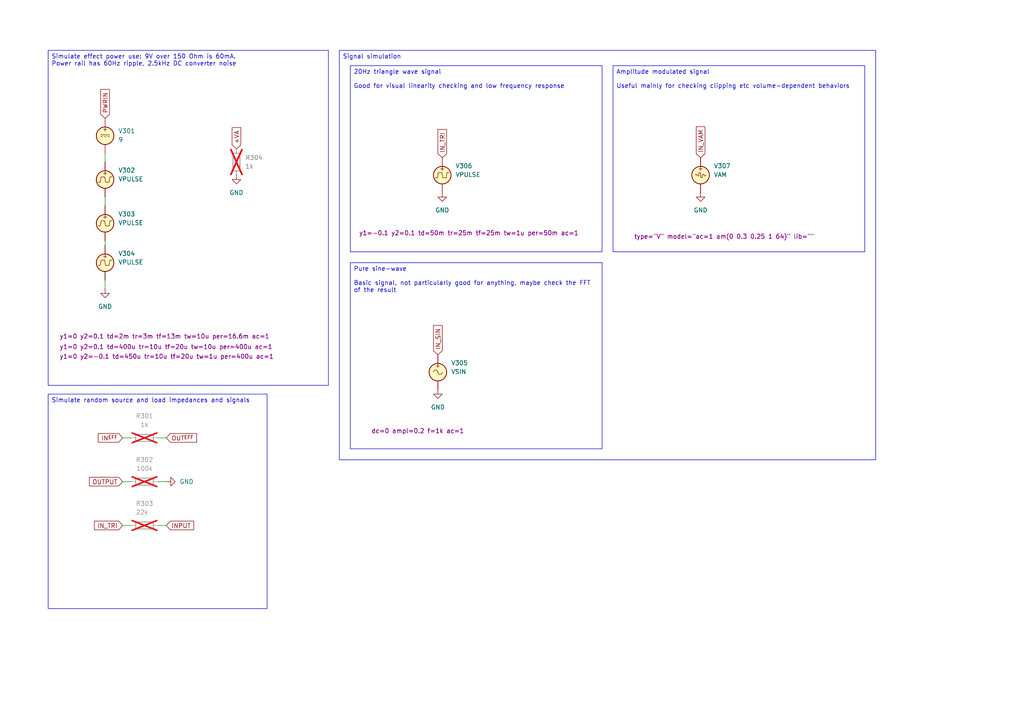
<source format=kicad_sch>
(kicad_sch (version 20250114) (generator "eeschema") (generator_version "9.0")
  (paper "A4")
  (title_block (title "Simulation infrastructure"))
  (lib_symbols
    (symbol "Device:R" (pin_numbers (hide yes)) (pin_names (offset 0))
      (property "Reference" "R" (at 2.032 0 90))
      (property "Value" "R" (at 0 0 90))
      (symbol "R_0_1"
        (rectangle (start -1.016 -2.54) (end 1.016 2.54) (stroke (width 0.254)))
      )
      (symbol "R_1_1"
        (pin passive line (at 0 3.81 270) (length 1.27) (name "~") (number "1"))
        (pin passive line (at 0 -3.81 90) (length 1.27) (name "~") (number "2"))
      )
    )
    (symbol "Simulation_SPICE:VAM" (pin_numbers (hide yes)) (pin_names (offset 0.0254))
      (property "Reference" "V" (at 2.54 2.54 0))
      (property "Value" "VAM" (at 2.54 0 0))
      (property "Sim.Params" "type=\"V\" model=\"am(1 0 1k 100k 1n)\" lib=\"\"" (at 2.54 -2.54 0))
      (symbol "VAM_0_0"
        (arc (start -0.508 0.508) (mid -0.254 0.7609) (end 0 0.508))
        (text "+" (at 0 1.905 0) (effects (font (size 1.27 1.27))))
      )
      (symbol "VAM_0_1"
        (arc (start -1.524 0) (mid -1.27 0.2529) (end -1.016 0))
        (arc (start -0.508 0) (mid -0.762 -0.2529) (end -1.016 0))
        (polyline (pts (xy -0.508 0.508) (xy -0.508 0)))
        (polyline (pts (xy 0 0.508) (xy 0 -0.508)))
        (circle (center 0 0) (radius 2.54) (stroke (width 0.254)) (fill (type background)))
        (arc (start 0.508 -0.508) (mid 0.254 -0.7609) (end 0 -0.508))
        (polyline (pts (xy 0.508 -0.508) (xy 0.508 0)))
        (arc (start 0.508 0) (mid 0.762 0.2529) (end 1.016 0))
        (arc (start 1.524 0) (mid 1.27 -0.2529) (end 1.016 0))
      )
      (symbol "VAM_1_1"
        (pin passive line (at 0 5.08 270) (length 2.54) (name "~") (number "1"))
        (pin passive line (at 0 -5.08 90) (length 2.54) (name "~") (number "2"))
      )
    )
    (symbol "Simulation_SPICE:VDC" (pin_numbers (hide yes)) (pin_names (offset 0.0254))
      (property "Reference" "V" (at 2.54 2.54 0))
      (property "Value" "1" (at 2.54 0 0))
      (symbol "VDC_0_0"
        (polyline (pts (xy -1.27 0.254) (xy 1.27 0.254)))
        (polyline (pts (xy -0.762 -0.254) (xy -1.27 -0.254)))
        (polyline (pts (xy 0.254 -0.254) (xy -0.254 -0.254)))
        (polyline (pts (xy 1.27 -0.254) (xy 0.762 -0.254)))
        (text "+" (at 0 1.905 0) (effects (font (size 1.27 1.27))))
      )
      (symbol "VDC_0_1"
        (circle (center 0 0) (radius 2.54) (stroke (width 0.254)) (fill (type background)))
      )
      (symbol "VDC_1_1"
        (pin passive line (at 0 5.08 270) (length 2.54) (name "~") (number "1"))
        (pin passive line (at 0 -5.08 90) (length 2.54) (name "~") (number "2"))
      )
    )
    (symbol "Simulation_SPICE:VPULSE" (pin_numbers (hide yes)) (pin_names (offset 0.0254))
      (property "Reference" "V" (at 2.54 2.54 0))
      (property "Value" "VPULSE" (at 2.54 0 0))
      (property "Sim.Params" "y1=0 y2=1 td=2n tr=2n tf=2n tw=50n per=100n" (at 2.54 -2.54 0))
      (symbol "VPULSE_0_0"
        (polyline (pts (xy -2.032 -0.762) (xy -1.397 -0.762) (xy -1.143 0.762) (xy -0.127 0.762) (xy 0.127 -0.762) (xy 1.143 -0.762) (xy 1.397 0.762) (xy 2.032 0.762)))
        (text "+" (at 0 1.905 0) (effects (font (size 1.27 1.27))))
      )
      (symbol "VPULSE_0_1"
        (circle (center 0 0) (radius 2.54) (stroke (width 0.254)) (fill (type background)))
      )
      (symbol "VPULSE_1_1"
        (pin passive line (at 0 5.08 270) (length 2.54) (name "~") (number "1"))
        (pin passive line (at 0 -5.08 90) (length 2.54) (name "~") (number "2"))
      )
    )
    (symbol "Simulation_SPICE:VSIN" (pin_numbers (hide yes)) (pin_names (offset 0.0254))
      (property "Reference" "V" (at 2.54 2.54 0))
      (property "Value" "VSIN" (at 2.54 0 0))
      (property "Sim.Params" "dc=0 ampl=1 f=1k ac=1" (at 2.54 -2.54 0))
      (symbol "VSIN_0_0"
        (arc (start -1.27 0) (mid -0.635 0.6323) (end 0 0))
        (arc (start 1.27 0) (mid 0.635 -0.6323) (end 0 0))
        (text "+" (at 0 1.905 0) (effects (font (size 1.27 1.27))))
      )
      (symbol "VSIN_0_1"
        (circle (center 0 0) (radius 2.54) (stroke (width 0.254)) (fill (type background)))
      )
      (symbol "VSIN_1_1"
        (pin passive line (at 0 5.08 270) (length 2.54) (name "~") (number "1"))
        (pin passive line (at 0 -5.08 90) (length 2.54) (name "~") (number "2"))
      )
    )
    (symbol "power:GND" (power) (pin_numbers (hide yes)) (pin_names (offset 0) (hide yes))
      (property "Value" "GND" (at 0 -3.81 0))
      (symbol "GND_0_1"
        (polyline (pts (xy 0 0) (xy 0 -1.27) (xy 1.27 -1.27) (xy 0 -2.54) (xy -1.27 -1.27) (xy 0 -1.27)))
      )
      (symbol "GND_1_1"
        (pin power_in line (at 0 0 270) (length 0) (name "~") (number "1"))
      )
    )
  )
  (text_box "Pure sine-wave\n\nBasic signal, not particularly good for anything, maybe check the FFT of the result" (at 101.6 76.2 0) (size 73.025 53.975) (margins 0.9525 0.9525 0.9525 0.9525) (effects (font (size 1.27 1.27)) (justify left top)))
  (text_box "Amplitude modulated signal\n\nUseful mainly for checking clipping etc volume-dependent behaviors" (at 177.8 19.05 0) (size 73.025 53.975) (margins 0.9525 0.9525 0.9525 0.9525) (effects (font (size 1.27 1.27)) (justify left top)))
  (text_box "Simulate random source and load impedances and signals" (at 13.97 114.3 0) (size 63.5 62.23) (margins 0.9525 0.9525 0.9525 0.9525) (effects (font (size 1.27 1.27)) (justify left top)))
  (text_box "20Hz triangle wave signal\n\nGood for visual linearity checking and low frequency response" (at 101.6 19.05 0) (size 73.025 53.975) (margins 0.9525 0.9525 0.9525 0.9525) (effects (font (size 1.27 1.27)) (justify left top)))
  (text_box "Simulate effect power use: 9V over 150 Ohm is 60mA.\nPower rail has 60Hz ripple, 2.5kHz DC converter noise" (at 13.97 14.605 0) (size 81.28 97.155) (margins 0.9525 0.9525 0.9525 0.9525) (effects (font (size 1.27 1.27)) (justify left top)))
  (text_box "Signal simulation" (at 98.425 14.605 0) (size 155.575 118.745) (margins 0.9525 0.9525 0.9525 0.9525) (effects (font (size 1.27 1.27)) (justify left top)))
  (wire (pts (xy 30.48 57.15) (xy 30.48 59.69)))
  (wire (pts (xy 30.48 81.28) (xy 30.48 83.82)))
  (wire (pts (xy 35.56 127) (xy 38.1 127)))
  (wire (pts (xy 45.72 127) (xy 48.26 127)))
  (wire (pts (xy 35.56 152.4) (xy 38.1 152.4)))
  (wire (pts (xy 30.48 69.85) (xy 30.48 71.12)))
  (wire (pts (xy 35.56 139.7) (xy 38.1 139.7)))
  (wire (pts (xy 45.72 139.7) (xy 48.26 139.7)))
  (wire (pts (xy 48.26 152.4) (xy 45.72 152.4)))
  (wire (pts (xy 30.48 44.45) (xy 30.48 46.99)))
  (global_label "+VA" (shape input) (at 68.58 43.18 90) (property "Intersheetrefs" "${INTERSHEET_REFS}" (effects (hide yes))))
  (global_label "IN^{EFF}" (shape input) (at 35.56 127 180) (property "Intersheetrefs" "${INTERSHEET_REFS}" (effects (hide yes))))
  (global_label "IN_SIN" (shape input) (at 127 102.87 90) (property "Intersheetrefs" "${INTERSHEET_REFS}" (effects (hide yes))))
  (global_label "INPUT" (shape input) (at 48.26 152.4 0) (property "Intersheetrefs" "${INTERSHEET_REFS}" (effects (hide yes))))
  (global_label "IN_TRI" (shape input) (at 128.27 45.72 90) (property "Intersheetrefs" "${INTERSHEET_REFS}" (effects (hide yes))))
  (global_label "PWRIN" (shape input) (at 30.48 34.29 90) (property "Intersheetrefs" "${INTERSHEET_REFS}" (effects (hide yes))))
  (global_label "IN_TRI" (shape input) (at 35.56 152.4 180) (property "Intersheetrefs" "${INTERSHEET_REFS}" (effects (hide yes))))
  (global_label "IN_VAM" (shape input) (at 203.2 45.72 90) (property "Intersheetrefs" "${INTERSHEET_REFS}" (effects (hide yes))))
  (global_label "OUT^{EFF}" (shape input) (at 48.26 127 0) (property "Intersheetrefs" "${INTERSHEET_REFS}" (effects (hide yes))))
  (global_label "OUTPUT" (shape input) (at 35.56 139.7 180) (property "Intersheetrefs" "${INTERSHEET_REFS}" (effects (hide yes))))
  (symbol (lib_id "power:GND") (at 127 113.03 0) (unit 1)
    (property "Reference" "#PWR0304" (effects (hide yes)))
    (property "Value" "GND" (at 127 118.11 0))
    (property "Description" "Power symbol creates a global label with name \"GND\" , ground" (effects (hide yes)))
  )
  (symbol (lib_id "power:GND") (at 68.58 50.8 0) (unit 1)
    (property "Reference" "#PWR0303" (effects (hide yes)))
    (property "Value" "GND" (at 68.58 55.88 0))
    (property "Description" "Power symbol creates a global label with name \"GND\" , ground" (effects (hide yes)))
  )
  (symbol (lib_id "Simulation_SPICE:VSIN") (at 127 107.95 0) (unit 1) (in_bom no) (on_board no)
    (property "Reference" "V305" (at 130.81 105.2801 0) (effects (justify left)))
    (property "Value" "VSIN" (at 130.81 107.8201 0) (effects (justify left)))
    (property "Datasheet" "https://ngspice.sourceforge.io/docs/ngspice-html-manual/manual.xhtml#sec_Independent_Sources_for" (effects (hide yes)))
    (property "Description" "Voltage source, sinusoidal" (effects (hide yes)))
    (property "Sim.Pins" "1=+ 2=-" (effects (hide yes)))
    (property "Sim.Params" "dc=0 ampl=0.2 f=1k ac=1" (at 107.696 124.968 0) (effects (justify left)))
    (property "Sim.Type" "SIN" (effects (hide yes)))
    (property "Sim.Device" "V" (effects (hide yes)))
  )
  (symbol (lib_id "Simulation_SPICE:VAM") (at 203.2 50.8 0) (unit 1) (in_bom no) (on_board no)
    (property "Reference" "V307" (at 207.01 48.1301 0) (effects (justify left)))
    (property "Value" "VAM" (at 207.01 50.6701 0) (effects (justify left)))
    (property "Datasheet" "https://ngspice.sourceforge.io/docs/ngspice-html-manual/manual.xhtml#sec_Independent_Sources_for" (effects (hide yes)))
    (property "Description" "Voltage source, AM" (effects (hide yes)))
    (property "Sim.Pins" "1=1 2=2" (effects (hide yes)))
    (property "Sim.Device" "SPICE" (effects (hide yes)))
    (property "Sim.Params" "type=\"V\" model=\"ac=1 am(0 0.3 0.25 1 64)\" lib=\"\"" (at 183.896 68.58 0) (effects (justify left)))
  )
  (symbol (lib_id "Device:R") (at 41.91 139.7 270) (unit 1) (in_bom no) (on_board no) (dnp yes)
    (property "Reference" "R302" (at 41.91 133.35 90))
    (property "Value" "100k" (at 41.91 135.89 90))
    (property "Description" "Resistor" (effects (hide yes)))
  )
  (symbol (lib_id "Simulation_SPICE:VPULSE") (at 30.48 52.07 0) (unit 1) (in_bom no) (on_board no)
    (property "Reference" "V302" (at 34.29 49.4001 0) (effects (justify left)))
    (property "Value" "VPULSE" (at 34.29 51.9401 0) (effects (justify left)))
    (property "Datasheet" "https://ngspice.sourceforge.io/docs/ngspice-html-manual/manual.xhtml#sec_Independent_Sources_for" (effects (hide yes)))
    (property "Description" "Voltage source, pulse" (effects (hide yes)))
    (property "Sim.Pins" "1=+ 2=-" (effects (hide yes)))
    (property "Sim.Type" "PULSE" (effects (hide yes)))
    (property "Sim.Device" "V" (effects (hide yes)))
    (property "Sim.Params" "y1=0 y2=0.1 td=2m tr=3m tf=13m tw=10u per=16.6m ac=1" (at 17.272 97.536 0) (effects (justify left)))
  )
  (symbol (lib_id "Device:R") (at 41.91 127 270) (unit 1) (in_bom no) (on_board no) (dnp yes)
    (property "Reference" "R301" (at 41.91 120.65 90))
    (property "Value" "1k" (at 41.91 123.19 90))
    (property "Description" "Resistor" (effects (hide yes)))
  )
  (symbol (lib_id "power:GND") (at 48.26 139.7 90) (unit 1)
    (property "Reference" "#PWR0302" (effects (hide yes)))
    (property "Value" "GND" (at 52.07 139.6999 90) (effects (justify right)))
    (property "Description" "Power symbol creates a global label with name \"GND\" , ground" (effects (hide yes)))
  )
  (symbol (lib_id "power:GND") (at 30.48 83.82 0) (unit 1)
    (property "Reference" "#PWR0301" (effects (hide yes)))
    (property "Value" "GND" (at 30.48 88.9 0))
    (property "Description" "Power symbol creates a global label with name \"GND\" , ground" (effects (hide yes)))
  )
  (symbol (lib_id "Device:R") (at 41.91 152.4 270) (unit 1) (in_bom no) (on_board no) (dnp yes)
    (property "Reference" "R303" (at 39.37 146.0499 90) (effects (justify left)))
    (property "Value" "22k" (at 39.37 148.5899 90) (effects (justify left)))
    (property "Footprint" "Resistor_SMD:R_0805_2012Metric" (effects (hide yes)))
    (property "Description" "Resistor" (effects (hide yes)))
  )
  (symbol (lib_id "Simulation_SPICE:VPULSE") (at 128.27 50.8 0) (unit 1) (in_bom no) (on_board no)
    (property "Reference" "V306" (at 132.08 48.1301 0) (effects (justify left)))
    (property "Value" "VPULSE" (at 132.08 50.6701 0) (effects (justify left)))
    (property "Datasheet" "https://ngspice.sourceforge.io/docs/ngspice-html-manual/manual.xhtml#sec_Independent_Sources_for" (effects (hide yes)))
    (property "Description" "Voltage source, pulse" (effects (hide yes)))
    (property "Sim.Pins" "1=+ 2=-" (effects (hide yes)))
    (property "Sim.Type" "PULSE" (effects (hide yes)))
    (property "Sim.Device" "V" (effects (hide yes)))
    (property "Sim.Params" "y1=-0.1 y2=0.1 td=50m tr=25m tf=25m tw=1u per=50m ac=1" (at 104.14 67.564 0) (effects (justify left)))
  )
  (symbol (lib_id "power:GND") (at 128.27 55.88 0) (unit 1)
    (property "Reference" "#PWR0305" (effects (hide yes)))
    (property "Value" "GND" (at 128.27 60.96 0))
    (property "Description" "Power symbol creates a global label with name \"GND\" , ground" (effects (hide yes)))
  )
  (symbol (lib_id "Simulation_SPICE:VDC") (at 30.48 39.37 0) (unit 1) (in_bom no) (on_board no)
    (property "Reference" "V301" (at 34.29 37.9701 0) (effects (justify left)))
    (property "Value" "9" (at 34.29 40.5101 0) (effects (justify left)))
    (property "Datasheet" "https://ngspice.sourceforge.io/docs/ngspice-html-manual/manual.xhtml#sec_Independent_Sources_for" (effects (hide yes)))
    (property "Description" "Voltage source, DC" (effects (hide yes)))
    (property "Sim.Pins" "1=+ 2=-" (effects (hide yes)))
    (property "Sim.Type" "DC" (effects (hide yes)))
    (property "Sim.Device" "V" (effects (hide yes)))
  )
  (symbol (lib_id "Simulation_SPICE:VPULSE") (at 30.48 76.2 0) (unit 1) (in_bom no) (on_board no)
    (property "Reference" "V304" (at 34.29 73.5301 0) (effects (justify left)))
    (property "Value" "VPULSE" (at 34.29 76.0701 0) (effects (justify left)))
    (property "Datasheet" "https://ngspice.sourceforge.io/docs/ngspice-html-manual/manual.xhtml#sec_Independent_Sources_for" (effects (hide yes)))
    (property "Description" "Voltage source, pulse" (effects (hide yes)))
    (property "Sim.Pins" "1=+ 2=-" (effects (hide yes)))
    (property "Sim.Type" "PULSE" (effects (hide yes)))
    (property "Sim.Device" "V" (effects (hide yes)))
    (property "Sim.Params" "y1=0 y2=-0.1 td=450u tr=10u tf=20u tw=1u per=400u ac=1" (at 17.272 103.378 0) (effects (justify left)))
  )
  (symbol (lib_id "Simulation_SPICE:VPULSE") (at 30.48 64.77 0) (unit 1) (in_bom no) (on_board no)
    (property "Reference" "V303" (at 34.29 62.1001 0) (effects (justify left)))
    (property "Value" "VPULSE" (at 34.29 64.6401 0) (effects (justify left)))
    (property "Datasheet" "https://ngspice.sourceforge.io/docs/ngspice-html-manual/manual.xhtml#sec_Independent_Sources_for" (effects (hide yes)))
    (property "Description" "Voltage source, pulse" (effects (hide yes)))
    (property "Sim.Pins" "1=+ 2=-" (effects (hide yes)))
    (property "Sim.Type" "PULSE" (effects (hide yes)))
    (property "Sim.Device" "V" (effects (hide yes)))
    (property "Sim.Params" "y1=0 y2=0.1 td=400u tr=10u tf=20u tw=10u per=400u ac=1" (at 17.272 100.584 0) (effects (justify left)))
  )
  (symbol (lib_id "Device:R") (at 68.58 46.99 180) (unit 1) (in_bom no) (on_board no) (dnp yes)
    (property "Reference" "R304" (at 71.12 45.7199 0) (effects (justify right)))
    (property "Value" "1k" (at 71.12 48.2599 0) (effects (justify right)))
    (property "Description" "Resistor" (effects (hide yes)))
  )
  (symbol (lib_id "power:GND") (at 203.2 55.88 0) (unit 1)
    (property "Reference" "#PWR0306" (effects (hide yes)))
    (property "Value" "GND" (at 203.2 60.96 0))
    (property "Description" "Power symbol creates a global label with name \"GND\" , ground" (effects (hide yes)))
  )
)
</source>
